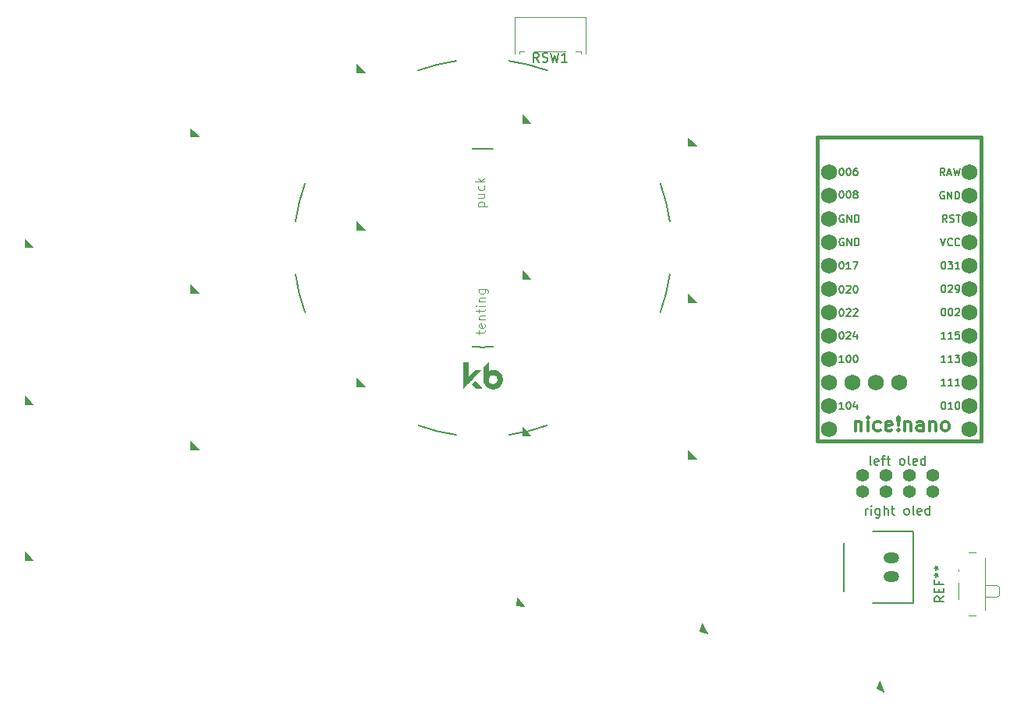
<source format=gbr>
%TF.GenerationSoftware,KiCad,Pcbnew,(6.0.4)*%
%TF.CreationDate,2022-10-20T23:25:51-04:00*%
%TF.ProjectId,half-swept,68616c66-2d73-4776-9570-742e6b696361,rev?*%
%TF.SameCoordinates,Original*%
%TF.FileFunction,Legend,Top*%
%TF.FilePolarity,Positive*%
%FSLAX46Y46*%
G04 Gerber Fmt 4.6, Leading zero omitted, Abs format (unit mm)*
G04 Created by KiCad (PCBNEW (6.0.4)) date 2022-10-20 23:25:51*
%MOMM*%
%LPD*%
G01*
G04 APERTURE LIST*
%ADD10C,0.150000*%
%ADD11C,0.300000*%
%ADD12C,0.100000*%
%ADD13C,0.200000*%
%ADD14C,0.120000*%
%ADD15C,0.381000*%
%ADD16C,0.010000*%
%ADD17O,1.700000X1.200000*%
%ADD18C,1.752600*%
%ADD19C,1.397000*%
G04 APERTURE END LIST*
D10*
%TO.C,REF\u002A\u002A*%
X245099991Y-107666952D02*
X244623801Y-108000285D01*
X245099991Y-108238380D02*
X244099991Y-108238380D01*
X244099991Y-107857428D01*
X244147611Y-107762190D01*
X244195230Y-107714571D01*
X244290468Y-107666952D01*
X244433325Y-107666952D01*
X244528563Y-107714571D01*
X244576182Y-107762190D01*
X244623801Y-107857428D01*
X244623801Y-108238380D01*
X244576182Y-107238380D02*
X244576182Y-106905047D01*
X245099991Y-106762190D02*
X245099991Y-107238380D01*
X244099991Y-107238380D01*
X244099991Y-106762190D01*
X244576182Y-106000285D02*
X244576182Y-106333619D01*
X245099991Y-106333619D02*
X244099991Y-106333619D01*
X244099991Y-105857428D01*
X244099991Y-105333619D02*
X244338087Y-105333619D01*
X244242849Y-105571714D02*
X244338087Y-105333619D01*
X244242849Y-105095523D01*
X244528563Y-105476476D02*
X244338087Y-105333619D01*
X244528563Y-105190761D01*
X244099991Y-104571714D02*
X244338087Y-104571714D01*
X244242849Y-104809809D02*
X244338087Y-104571714D01*
X244242849Y-104333619D01*
X244528563Y-104714571D02*
X244338087Y-104571714D01*
X244528563Y-104428857D01*
%TO.C,U2*%
X233948079Y-61131750D02*
X234024269Y-61131750D01*
X234100459Y-61169846D01*
X234138555Y-61207941D01*
X234176650Y-61284131D01*
X234214745Y-61436512D01*
X234214745Y-61626988D01*
X234176650Y-61779369D01*
X234138555Y-61855560D01*
X234100459Y-61893655D01*
X234024269Y-61931750D01*
X233948079Y-61931750D01*
X233871888Y-61893655D01*
X233833793Y-61855560D01*
X233795698Y-61779369D01*
X233757602Y-61626988D01*
X233757602Y-61436512D01*
X233795698Y-61284131D01*
X233833793Y-61207941D01*
X233871888Y-61169846D01*
X233948079Y-61131750D01*
X234709983Y-61131750D02*
X234786174Y-61131750D01*
X234862364Y-61169846D01*
X234900459Y-61207941D01*
X234938555Y-61284131D01*
X234976650Y-61436512D01*
X234976650Y-61626988D01*
X234938555Y-61779369D01*
X234900459Y-61855560D01*
X234862364Y-61893655D01*
X234786174Y-61931750D01*
X234709983Y-61931750D01*
X234633793Y-61893655D01*
X234595698Y-61855560D01*
X234557602Y-61779369D01*
X234519507Y-61626988D01*
X234519507Y-61436512D01*
X234557602Y-61284131D01*
X234595698Y-61207941D01*
X234633793Y-61169846D01*
X234709983Y-61131750D01*
X235662364Y-61131750D02*
X235509983Y-61131750D01*
X235433793Y-61169846D01*
X235395698Y-61207941D01*
X235319507Y-61322226D01*
X235281412Y-61474607D01*
X235281412Y-61779369D01*
X235319507Y-61855560D01*
X235357602Y-61893655D01*
X235433793Y-61931750D01*
X235586174Y-61931750D01*
X235662364Y-61893655D01*
X235700459Y-61855560D01*
X235738555Y-61779369D01*
X235738555Y-61588893D01*
X235700459Y-61512703D01*
X235662364Y-61474607D01*
X235586174Y-61436512D01*
X235433793Y-61436512D01*
X235357602Y-61474607D01*
X235319507Y-61512703D01*
X235281412Y-61588893D01*
X233948079Y-63601750D02*
X234024269Y-63601750D01*
X234100459Y-63639846D01*
X234138555Y-63677941D01*
X234176650Y-63754131D01*
X234214745Y-63906512D01*
X234214745Y-64096988D01*
X234176650Y-64249369D01*
X234138555Y-64325560D01*
X234100459Y-64363655D01*
X234024269Y-64401750D01*
X233948079Y-64401750D01*
X233871888Y-64363655D01*
X233833793Y-64325560D01*
X233795698Y-64249369D01*
X233757602Y-64096988D01*
X233757602Y-63906512D01*
X233795698Y-63754131D01*
X233833793Y-63677941D01*
X233871888Y-63639846D01*
X233948079Y-63601750D01*
X234709983Y-63601750D02*
X234786174Y-63601750D01*
X234862364Y-63639846D01*
X234900459Y-63677941D01*
X234938555Y-63754131D01*
X234976650Y-63906512D01*
X234976650Y-64096988D01*
X234938555Y-64249369D01*
X234900459Y-64325560D01*
X234862364Y-64363655D01*
X234786174Y-64401750D01*
X234709983Y-64401750D01*
X234633793Y-64363655D01*
X234595698Y-64325560D01*
X234557602Y-64249369D01*
X234519507Y-64096988D01*
X234519507Y-63906512D01*
X234557602Y-63754131D01*
X234595698Y-63677941D01*
X234633793Y-63639846D01*
X234709983Y-63601750D01*
X235433793Y-63944607D02*
X235357602Y-63906512D01*
X235319507Y-63868417D01*
X235281412Y-63792226D01*
X235281412Y-63754131D01*
X235319507Y-63677941D01*
X235357602Y-63639846D01*
X235433793Y-63601750D01*
X235586174Y-63601750D01*
X235662364Y-63639846D01*
X235700459Y-63677941D01*
X235738555Y-63754131D01*
X235738555Y-63792226D01*
X235700459Y-63868417D01*
X235662364Y-63906512D01*
X235586174Y-63944607D01*
X235433793Y-63944607D01*
X235357602Y-63982703D01*
X235319507Y-64020798D01*
X235281412Y-64096988D01*
X235281412Y-64249369D01*
X235319507Y-64325560D01*
X235357602Y-64363655D01*
X235433793Y-64401750D01*
X235586174Y-64401750D01*
X235662364Y-64363655D01*
X235700459Y-64325560D01*
X235738555Y-64249369D01*
X235738555Y-64096988D01*
X235700459Y-64020798D01*
X235662364Y-63982703D01*
X235586174Y-63944607D01*
X233948079Y-73901750D02*
X234024269Y-73901750D01*
X234100459Y-73939846D01*
X234138555Y-73977941D01*
X234176650Y-74054131D01*
X234214745Y-74206512D01*
X234214745Y-74396988D01*
X234176650Y-74549369D01*
X234138555Y-74625560D01*
X234100459Y-74663655D01*
X234024269Y-74701750D01*
X233948079Y-74701750D01*
X233871888Y-74663655D01*
X233833793Y-74625560D01*
X233795698Y-74549369D01*
X233757602Y-74396988D01*
X233757602Y-74206512D01*
X233795698Y-74054131D01*
X233833793Y-73977941D01*
X233871888Y-73939846D01*
X233948079Y-73901750D01*
X234519507Y-73977941D02*
X234557602Y-73939846D01*
X234633793Y-73901750D01*
X234824269Y-73901750D01*
X234900459Y-73939846D01*
X234938555Y-73977941D01*
X234976650Y-74054131D01*
X234976650Y-74130322D01*
X234938555Y-74244607D01*
X234481412Y-74701750D01*
X234976650Y-74701750D01*
X235471888Y-73901750D02*
X235548079Y-73901750D01*
X235624269Y-73939846D01*
X235662364Y-73977941D01*
X235700459Y-74054131D01*
X235738555Y-74206512D01*
X235738555Y-74396988D01*
X235700459Y-74549369D01*
X235662364Y-74625560D01*
X235624269Y-74663655D01*
X235548079Y-74701750D01*
X235471888Y-74701750D01*
X235395698Y-74663655D01*
X235357602Y-74625560D01*
X235319507Y-74549369D01*
X235281412Y-74396988D01*
X235281412Y-74206512D01*
X235319507Y-74054131D01*
X235357602Y-73977941D01*
X235395698Y-73939846D01*
X235471888Y-73901750D01*
X233948079Y-71301750D02*
X234024269Y-71301750D01*
X234100459Y-71339846D01*
X234138555Y-71377941D01*
X234176650Y-71454131D01*
X234214745Y-71606512D01*
X234214745Y-71796988D01*
X234176650Y-71949369D01*
X234138555Y-72025560D01*
X234100459Y-72063655D01*
X234024269Y-72101750D01*
X233948079Y-72101750D01*
X233871888Y-72063655D01*
X233833793Y-72025560D01*
X233795698Y-71949369D01*
X233757602Y-71796988D01*
X233757602Y-71606512D01*
X233795698Y-71454131D01*
X233833793Y-71377941D01*
X233871888Y-71339846D01*
X233948079Y-71301750D01*
X234976650Y-72101750D02*
X234519507Y-72101750D01*
X234748079Y-72101750D02*
X234748079Y-71301750D01*
X234671888Y-71416036D01*
X234595698Y-71492226D01*
X234519507Y-71530322D01*
X235243317Y-71301750D02*
X235776650Y-71301750D01*
X235433793Y-72101750D01*
X234214745Y-68789846D02*
X234138554Y-68751750D01*
X234024269Y-68751750D01*
X233909983Y-68789846D01*
X233833792Y-68866036D01*
X233795697Y-68942226D01*
X233757602Y-69094607D01*
X233757602Y-69208893D01*
X233795697Y-69361274D01*
X233833792Y-69437465D01*
X233909983Y-69513655D01*
X234024269Y-69551750D01*
X234100459Y-69551750D01*
X234214745Y-69513655D01*
X234252840Y-69475560D01*
X234252840Y-69208893D01*
X234100459Y-69208893D01*
X234595697Y-69551750D02*
X234595697Y-68751750D01*
X235052840Y-69551750D01*
X235052840Y-68751750D01*
X235433792Y-69551750D02*
X235433792Y-68751750D01*
X235624269Y-68751750D01*
X235738554Y-68789846D01*
X235814745Y-68866036D01*
X235852840Y-68942226D01*
X235890935Y-69094607D01*
X235890935Y-69208893D01*
X235852840Y-69361274D01*
X235814745Y-69437465D01*
X235738554Y-69513655D01*
X235624269Y-69551750D01*
X235433792Y-69551750D01*
X234214745Y-66249846D02*
X234138554Y-66211750D01*
X234024269Y-66211750D01*
X233909983Y-66249846D01*
X233833792Y-66326036D01*
X233795697Y-66402226D01*
X233757602Y-66554607D01*
X233757602Y-66668893D01*
X233795697Y-66821274D01*
X233833792Y-66897465D01*
X233909983Y-66973655D01*
X234024269Y-67011750D01*
X234100459Y-67011750D01*
X234214745Y-66973655D01*
X234252840Y-66935560D01*
X234252840Y-66668893D01*
X234100459Y-66668893D01*
X234595697Y-67011750D02*
X234595697Y-66211750D01*
X235052840Y-67011750D01*
X235052840Y-66211750D01*
X235433792Y-67011750D02*
X235433792Y-66211750D01*
X235624269Y-66211750D01*
X235738554Y-66249846D01*
X235814745Y-66326036D01*
X235852840Y-66402226D01*
X235890935Y-66554607D01*
X235890935Y-66668893D01*
X235852840Y-66821274D01*
X235814745Y-66897465D01*
X235738554Y-66973655D01*
X235624269Y-67011750D01*
X235433792Y-67011750D01*
X233948079Y-76401750D02*
X234024269Y-76401750D01*
X234100459Y-76439846D01*
X234138555Y-76477941D01*
X234176650Y-76554131D01*
X234214745Y-76706512D01*
X234214745Y-76896988D01*
X234176650Y-77049369D01*
X234138555Y-77125560D01*
X234100459Y-77163655D01*
X234024269Y-77201750D01*
X233948079Y-77201750D01*
X233871888Y-77163655D01*
X233833793Y-77125560D01*
X233795698Y-77049369D01*
X233757602Y-76896988D01*
X233757602Y-76706512D01*
X233795698Y-76554131D01*
X233833793Y-76477941D01*
X233871888Y-76439846D01*
X233948079Y-76401750D01*
X234519507Y-76477941D02*
X234557602Y-76439846D01*
X234633793Y-76401750D01*
X234824269Y-76401750D01*
X234900459Y-76439846D01*
X234938555Y-76477941D01*
X234976650Y-76554131D01*
X234976650Y-76630322D01*
X234938555Y-76744607D01*
X234481412Y-77201750D01*
X234976650Y-77201750D01*
X235281412Y-76477941D02*
X235319507Y-76439846D01*
X235395698Y-76401750D01*
X235586174Y-76401750D01*
X235662364Y-76439846D01*
X235700459Y-76477941D01*
X235738555Y-76554131D01*
X235738555Y-76630322D01*
X235700459Y-76744607D01*
X235243317Y-77201750D01*
X235738555Y-77201750D01*
X233948079Y-78911750D02*
X234024269Y-78911750D01*
X234100459Y-78949846D01*
X234138555Y-78987941D01*
X234176650Y-79064131D01*
X234214745Y-79216512D01*
X234214745Y-79406988D01*
X234176650Y-79559369D01*
X234138555Y-79635560D01*
X234100459Y-79673655D01*
X234024269Y-79711750D01*
X233948079Y-79711750D01*
X233871888Y-79673655D01*
X233833793Y-79635560D01*
X233795698Y-79559369D01*
X233757602Y-79406988D01*
X233757602Y-79216512D01*
X233795698Y-79064131D01*
X233833793Y-78987941D01*
X233871888Y-78949846D01*
X233948079Y-78911750D01*
X234519507Y-78987941D02*
X234557602Y-78949846D01*
X234633793Y-78911750D01*
X234824269Y-78911750D01*
X234900459Y-78949846D01*
X234938555Y-78987941D01*
X234976650Y-79064131D01*
X234976650Y-79140322D01*
X234938555Y-79254607D01*
X234481412Y-79711750D01*
X234976650Y-79711750D01*
X235662364Y-79178417D02*
X235662364Y-79711750D01*
X235471888Y-78873655D02*
X235281412Y-79445084D01*
X235776650Y-79445084D01*
X234214745Y-82251750D02*
X233757602Y-82251750D01*
X233986174Y-82251750D02*
X233986174Y-81451750D01*
X233909983Y-81566036D01*
X233833793Y-81642226D01*
X233757602Y-81680322D01*
X234709983Y-81451750D02*
X234786174Y-81451750D01*
X234862364Y-81489846D01*
X234900459Y-81527941D01*
X234938555Y-81604131D01*
X234976650Y-81756512D01*
X234976650Y-81946988D01*
X234938555Y-82099369D01*
X234900459Y-82175560D01*
X234862364Y-82213655D01*
X234786174Y-82251750D01*
X234709983Y-82251750D01*
X234633793Y-82213655D01*
X234595698Y-82175560D01*
X234557602Y-82099369D01*
X234519507Y-81946988D01*
X234519507Y-81756512D01*
X234557602Y-81604131D01*
X234595698Y-81527941D01*
X234633793Y-81489846D01*
X234709983Y-81451750D01*
X235471888Y-81451750D02*
X235548079Y-81451750D01*
X235624269Y-81489846D01*
X235662364Y-81527941D01*
X235700459Y-81604131D01*
X235738555Y-81756512D01*
X235738555Y-81946988D01*
X235700459Y-82099369D01*
X235662364Y-82175560D01*
X235624269Y-82213655D01*
X235548079Y-82251750D01*
X235471888Y-82251750D01*
X235395698Y-82213655D01*
X235357602Y-82175560D01*
X235319507Y-82099369D01*
X235281412Y-81946988D01*
X235281412Y-81756512D01*
X235319507Y-81604131D01*
X235357602Y-81527941D01*
X235395698Y-81489846D01*
X235471888Y-81451750D01*
X234214745Y-87331750D02*
X233757602Y-87331750D01*
X233986174Y-87331750D02*
X233986174Y-86531750D01*
X233909983Y-86646036D01*
X233833793Y-86722226D01*
X233757602Y-86760322D01*
X234709983Y-86531750D02*
X234786174Y-86531750D01*
X234862364Y-86569846D01*
X234900459Y-86607941D01*
X234938555Y-86684131D01*
X234976650Y-86836512D01*
X234976650Y-87026988D01*
X234938555Y-87179369D01*
X234900459Y-87255560D01*
X234862364Y-87293655D01*
X234786174Y-87331750D01*
X234709983Y-87331750D01*
X234633793Y-87293655D01*
X234595698Y-87255560D01*
X234557602Y-87179369D01*
X234519507Y-87026988D01*
X234519507Y-86836512D01*
X234557602Y-86684131D01*
X234595698Y-86607941D01*
X234633793Y-86569846D01*
X234709983Y-86531750D01*
X235662364Y-86798417D02*
X235662364Y-87331750D01*
X235471888Y-86493655D02*
X235281412Y-87065084D01*
X235776650Y-87065084D01*
X245289126Y-84791750D02*
X244831983Y-84791750D01*
X245060555Y-84791750D02*
X245060555Y-83991750D01*
X244984364Y-84106036D01*
X244908174Y-84182226D01*
X244831983Y-84220322D01*
X246051031Y-84791750D02*
X245593888Y-84791750D01*
X245822460Y-84791750D02*
X245822460Y-83991750D01*
X245746269Y-84106036D01*
X245670079Y-84182226D01*
X245593888Y-84220322D01*
X246812936Y-84791750D02*
X246355793Y-84791750D01*
X246584364Y-84791750D02*
X246584364Y-83991750D01*
X246508174Y-84106036D01*
X246431983Y-84182226D01*
X246355793Y-84220322D01*
X245289126Y-82251750D02*
X244831983Y-82251750D01*
X245060555Y-82251750D02*
X245060555Y-81451750D01*
X244984364Y-81566036D01*
X244908174Y-81642226D01*
X244831983Y-81680322D01*
X246051031Y-82251750D02*
X245593888Y-82251750D01*
X245822460Y-82251750D02*
X245822460Y-81451750D01*
X245746269Y-81566036D01*
X245670079Y-81642226D01*
X245593888Y-81680322D01*
X246317698Y-81451750D02*
X246812936Y-81451750D01*
X246546269Y-81756512D01*
X246660555Y-81756512D01*
X246736745Y-81794607D01*
X246774840Y-81832703D01*
X246812936Y-81908893D01*
X246812936Y-82099369D01*
X246774840Y-82175560D01*
X246736745Y-82213655D01*
X246660555Y-82251750D01*
X246431983Y-82251750D01*
X246355793Y-82213655D01*
X246317698Y-82175560D01*
X245022460Y-71291750D02*
X245098650Y-71291750D01*
X245174840Y-71329846D01*
X245212936Y-71367941D01*
X245251031Y-71444131D01*
X245289126Y-71596512D01*
X245289126Y-71786988D01*
X245251031Y-71939369D01*
X245212936Y-72015560D01*
X245174840Y-72053655D01*
X245098650Y-72091750D01*
X245022460Y-72091750D01*
X244946269Y-72053655D01*
X244908174Y-72015560D01*
X244870079Y-71939369D01*
X244831983Y-71786988D01*
X244831983Y-71596512D01*
X244870079Y-71444131D01*
X244908174Y-71367941D01*
X244946269Y-71329846D01*
X245022460Y-71291750D01*
X245555793Y-71291750D02*
X246051031Y-71291750D01*
X245784364Y-71596512D01*
X245898650Y-71596512D01*
X245974840Y-71634607D01*
X246012936Y-71672703D01*
X246051031Y-71748893D01*
X246051031Y-71939369D01*
X246012936Y-72015560D01*
X245974840Y-72053655D01*
X245898650Y-72091750D01*
X245670079Y-72091750D01*
X245593888Y-72053655D01*
X245555793Y-72015560D01*
X246812936Y-72091750D02*
X246355793Y-72091750D01*
X246584364Y-72091750D02*
X246584364Y-71291750D01*
X246508174Y-71406036D01*
X246431983Y-71482226D01*
X246355793Y-71520322D01*
X244755793Y-68751750D02*
X245022460Y-69551750D01*
X245289126Y-68751750D01*
X246012936Y-69475560D02*
X245974840Y-69513655D01*
X245860555Y-69551750D01*
X245784364Y-69551750D01*
X245670079Y-69513655D01*
X245593888Y-69437465D01*
X245555793Y-69361274D01*
X245517698Y-69208893D01*
X245517698Y-69094607D01*
X245555793Y-68942226D01*
X245593888Y-68866036D01*
X245670079Y-68789846D01*
X245784364Y-68751750D01*
X245860555Y-68751750D01*
X245974840Y-68789846D01*
X246012936Y-68827941D01*
X246812936Y-69475560D02*
X246774840Y-69513655D01*
X246660555Y-69551750D01*
X246584364Y-69551750D01*
X246470079Y-69513655D01*
X246393888Y-69437465D01*
X246355793Y-69361274D01*
X246317698Y-69208893D01*
X246317698Y-69094607D01*
X246355793Y-68942226D01*
X246393888Y-68866036D01*
X246470079Y-68789846D01*
X246584364Y-68751750D01*
X246660555Y-68751750D01*
X246774840Y-68789846D01*
X246812936Y-68827941D01*
X245435173Y-67011750D02*
X245168507Y-66630798D01*
X244978030Y-67011750D02*
X244978030Y-66211750D01*
X245282792Y-66211750D01*
X245358983Y-66249846D01*
X245397078Y-66287941D01*
X245435173Y-66364131D01*
X245435173Y-66478417D01*
X245397078Y-66554607D01*
X245358983Y-66592703D01*
X245282792Y-66630798D01*
X244978030Y-66630798D01*
X245739935Y-66973655D02*
X245854221Y-67011750D01*
X246044697Y-67011750D01*
X246120888Y-66973655D01*
X246158983Y-66935560D01*
X246197078Y-66859369D01*
X246197078Y-66783179D01*
X246158983Y-66706988D01*
X246120888Y-66668893D01*
X246044697Y-66630798D01*
X245892316Y-66592703D01*
X245816126Y-66554607D01*
X245778030Y-66516512D01*
X245739935Y-66440322D01*
X245739935Y-66364131D01*
X245778030Y-66287941D01*
X245816126Y-66249846D01*
X245892316Y-66211750D01*
X246082792Y-66211750D01*
X246197078Y-66249846D01*
X246425649Y-66211750D02*
X246882792Y-66211750D01*
X246654221Y-67011750D02*
X246654221Y-66211750D01*
X245130412Y-63709846D02*
X245054221Y-63671750D01*
X244939936Y-63671750D01*
X244825650Y-63709846D01*
X244749459Y-63786036D01*
X244711364Y-63862226D01*
X244673269Y-64014607D01*
X244673269Y-64128893D01*
X244711364Y-64281274D01*
X244749459Y-64357465D01*
X244825650Y-64433655D01*
X244939936Y-64471750D01*
X245016126Y-64471750D01*
X245130412Y-64433655D01*
X245168507Y-64395560D01*
X245168507Y-64128893D01*
X245016126Y-64128893D01*
X245511364Y-64471750D02*
X245511364Y-63671750D01*
X245968507Y-64471750D01*
X245968507Y-63671750D01*
X246349459Y-64471750D02*
X246349459Y-63671750D01*
X246539936Y-63671750D01*
X246654221Y-63709846D01*
X246730412Y-63786036D01*
X246768507Y-63862226D01*
X246806602Y-64014607D01*
X246806602Y-64128893D01*
X246768507Y-64281274D01*
X246730412Y-64357465D01*
X246654221Y-64433655D01*
X246539936Y-64471750D01*
X246349459Y-64471750D01*
X245206603Y-61931750D02*
X244939936Y-61550798D01*
X244749460Y-61931750D02*
X244749460Y-61131750D01*
X245054222Y-61131750D01*
X245130412Y-61169846D01*
X245168507Y-61207941D01*
X245206603Y-61284131D01*
X245206603Y-61398417D01*
X245168507Y-61474607D01*
X245130412Y-61512703D01*
X245054222Y-61550798D01*
X244749460Y-61550798D01*
X245511364Y-61703179D02*
X245892317Y-61703179D01*
X245435174Y-61931750D02*
X245701841Y-61131750D01*
X245968507Y-61931750D01*
X246158984Y-61131750D02*
X246349460Y-61931750D01*
X246501841Y-61360322D01*
X246654222Y-61931750D01*
X246844698Y-61131750D01*
X245022460Y-73831750D02*
X245098650Y-73831750D01*
X245174840Y-73869846D01*
X245212936Y-73907941D01*
X245251031Y-73984131D01*
X245289126Y-74136512D01*
X245289126Y-74326988D01*
X245251031Y-74479369D01*
X245212936Y-74555560D01*
X245174840Y-74593655D01*
X245098650Y-74631750D01*
X245022460Y-74631750D01*
X244946269Y-74593655D01*
X244908174Y-74555560D01*
X244870079Y-74479369D01*
X244831983Y-74326988D01*
X244831983Y-74136512D01*
X244870079Y-73984131D01*
X244908174Y-73907941D01*
X244946269Y-73869846D01*
X245022460Y-73831750D01*
X245593888Y-73907941D02*
X245631983Y-73869846D01*
X245708174Y-73831750D01*
X245898650Y-73831750D01*
X245974840Y-73869846D01*
X246012936Y-73907941D01*
X246051031Y-73984131D01*
X246051031Y-74060322D01*
X246012936Y-74174607D01*
X245555793Y-74631750D01*
X246051031Y-74631750D01*
X246431983Y-74631750D02*
X246584364Y-74631750D01*
X246660555Y-74593655D01*
X246698650Y-74555560D01*
X246774840Y-74441274D01*
X246812936Y-74288893D01*
X246812936Y-73984131D01*
X246774840Y-73907941D01*
X246736745Y-73869846D01*
X246660555Y-73831750D01*
X246508174Y-73831750D01*
X246431983Y-73869846D01*
X246393888Y-73907941D01*
X246355793Y-73984131D01*
X246355793Y-74174607D01*
X246393888Y-74250798D01*
X246431983Y-74288893D01*
X246508174Y-74326988D01*
X246660555Y-74326988D01*
X246736745Y-74288893D01*
X246774840Y-74250798D01*
X246812936Y-74174607D01*
X245022460Y-76371750D02*
X245098650Y-76371750D01*
X245174840Y-76409846D01*
X245212936Y-76447941D01*
X245251031Y-76524131D01*
X245289126Y-76676512D01*
X245289126Y-76866988D01*
X245251031Y-77019369D01*
X245212936Y-77095560D01*
X245174840Y-77133655D01*
X245098650Y-77171750D01*
X245022460Y-77171750D01*
X244946269Y-77133655D01*
X244908174Y-77095560D01*
X244870079Y-77019369D01*
X244831983Y-76866988D01*
X244831983Y-76676512D01*
X244870079Y-76524131D01*
X244908174Y-76447941D01*
X244946269Y-76409846D01*
X245022460Y-76371750D01*
X245784364Y-76371750D02*
X245860555Y-76371750D01*
X245936745Y-76409846D01*
X245974840Y-76447941D01*
X246012936Y-76524131D01*
X246051031Y-76676512D01*
X246051031Y-76866988D01*
X246012936Y-77019369D01*
X245974840Y-77095560D01*
X245936745Y-77133655D01*
X245860555Y-77171750D01*
X245784364Y-77171750D01*
X245708174Y-77133655D01*
X245670079Y-77095560D01*
X245631983Y-77019369D01*
X245593888Y-76866988D01*
X245593888Y-76676512D01*
X245631983Y-76524131D01*
X245670079Y-76447941D01*
X245708174Y-76409846D01*
X245784364Y-76371750D01*
X246355793Y-76447941D02*
X246393888Y-76409846D01*
X246470079Y-76371750D01*
X246660555Y-76371750D01*
X246736745Y-76409846D01*
X246774840Y-76447941D01*
X246812936Y-76524131D01*
X246812936Y-76600322D01*
X246774840Y-76714607D01*
X246317698Y-77171750D01*
X246812936Y-77171750D01*
X245289126Y-79711750D02*
X244831983Y-79711750D01*
X245060555Y-79711750D02*
X245060555Y-78911750D01*
X244984364Y-79026036D01*
X244908174Y-79102226D01*
X244831983Y-79140322D01*
X246051031Y-79711750D02*
X245593888Y-79711750D01*
X245822460Y-79711750D02*
X245822460Y-78911750D01*
X245746269Y-79026036D01*
X245670079Y-79102226D01*
X245593888Y-79140322D01*
X246774840Y-78911750D02*
X246393888Y-78911750D01*
X246355793Y-79292703D01*
X246393888Y-79254607D01*
X246470079Y-79216512D01*
X246660555Y-79216512D01*
X246736745Y-79254607D01*
X246774840Y-79292703D01*
X246812936Y-79368893D01*
X246812936Y-79559369D01*
X246774840Y-79635560D01*
X246736745Y-79673655D01*
X246660555Y-79711750D01*
X246470079Y-79711750D01*
X246393888Y-79673655D01*
X246355793Y-79635560D01*
X245022460Y-86531750D02*
X245098650Y-86531750D01*
X245174840Y-86569846D01*
X245212936Y-86607941D01*
X245251031Y-86684131D01*
X245289126Y-86836512D01*
X245289126Y-87026988D01*
X245251031Y-87179369D01*
X245212936Y-87255560D01*
X245174840Y-87293655D01*
X245098650Y-87331750D01*
X245022460Y-87331750D01*
X244946269Y-87293655D01*
X244908174Y-87255560D01*
X244870079Y-87179369D01*
X244831983Y-87026988D01*
X244831983Y-86836512D01*
X244870079Y-86684131D01*
X244908174Y-86607941D01*
X244946269Y-86569846D01*
X245022460Y-86531750D01*
X246051031Y-87331750D02*
X245593888Y-87331750D01*
X245822460Y-87331750D02*
X245822460Y-86531750D01*
X245746269Y-86646036D01*
X245670079Y-86722226D01*
X245593888Y-86760322D01*
X246546269Y-86531750D02*
X246622460Y-86531750D01*
X246698650Y-86569846D01*
X246736745Y-86607941D01*
X246774840Y-86684131D01*
X246812936Y-86836512D01*
X246812936Y-87026988D01*
X246774840Y-87179369D01*
X246736745Y-87255560D01*
X246698650Y-87293655D01*
X246622460Y-87331750D01*
X246546269Y-87331750D01*
X246470079Y-87293655D01*
X246431983Y-87255560D01*
X246393888Y-87179369D01*
X246355793Y-87026988D01*
X246355793Y-86836512D01*
X246393888Y-86684131D01*
X246431983Y-86607941D01*
X246470079Y-86569846D01*
X246546269Y-86531750D01*
D11*
X235503554Y-88680417D02*
X235503554Y-89680417D01*
X235503554Y-88823274D02*
X235574983Y-88751846D01*
X235717840Y-88680417D01*
X235932126Y-88680417D01*
X236074983Y-88751846D01*
X236146411Y-88894703D01*
X236146411Y-89680417D01*
X236860697Y-89680417D02*
X236860697Y-88680417D01*
X236860697Y-88180417D02*
X236789269Y-88251846D01*
X236860697Y-88323274D01*
X236932126Y-88251846D01*
X236860697Y-88180417D01*
X236860697Y-88323274D01*
X238217840Y-89608988D02*
X238074983Y-89680417D01*
X237789269Y-89680417D01*
X237646411Y-89608988D01*
X237574983Y-89537560D01*
X237503554Y-89394703D01*
X237503554Y-88966131D01*
X237574983Y-88823274D01*
X237646411Y-88751846D01*
X237789269Y-88680417D01*
X238074983Y-88680417D01*
X238217840Y-88751846D01*
X239432126Y-89608988D02*
X239289269Y-89680417D01*
X239003554Y-89680417D01*
X238860697Y-89608988D01*
X238789269Y-89466131D01*
X238789269Y-88894703D01*
X238860697Y-88751846D01*
X239003554Y-88680417D01*
X239289269Y-88680417D01*
X239432126Y-88751846D01*
X239503554Y-88894703D01*
X239503554Y-89037560D01*
X238789269Y-89180417D01*
X240146411Y-89537560D02*
X240217840Y-89608988D01*
X240146411Y-89680417D01*
X240074983Y-89608988D01*
X240146411Y-89537560D01*
X240146411Y-89680417D01*
X240146411Y-89108988D02*
X240074983Y-88251846D01*
X240146411Y-88180417D01*
X240217840Y-88251846D01*
X240146411Y-89108988D01*
X240146411Y-88180417D01*
X240860697Y-88680417D02*
X240860697Y-89680417D01*
X240860697Y-88823274D02*
X240932126Y-88751846D01*
X241074983Y-88680417D01*
X241289269Y-88680417D01*
X241432126Y-88751846D01*
X241503554Y-88894703D01*
X241503554Y-89680417D01*
X242860697Y-89680417D02*
X242860697Y-88894703D01*
X242789269Y-88751846D01*
X242646411Y-88680417D01*
X242360697Y-88680417D01*
X242217840Y-88751846D01*
X242860697Y-89608988D02*
X242717840Y-89680417D01*
X242360697Y-89680417D01*
X242217840Y-89608988D01*
X242146411Y-89466131D01*
X242146411Y-89323274D01*
X242217840Y-89180417D01*
X242360697Y-89108988D01*
X242717840Y-89108988D01*
X242860697Y-89037560D01*
X243574983Y-88680417D02*
X243574983Y-89680417D01*
X243574983Y-88823274D02*
X243646411Y-88751846D01*
X243789269Y-88680417D01*
X244003554Y-88680417D01*
X244146411Y-88751846D01*
X244217840Y-88894703D01*
X244217840Y-89680417D01*
X245146411Y-89680417D02*
X245003554Y-89608988D01*
X244932126Y-89537560D01*
X244860697Y-89394703D01*
X244860697Y-88966131D01*
X244932126Y-88823274D01*
X245003554Y-88751846D01*
X245146411Y-88680417D01*
X245360697Y-88680417D01*
X245503554Y-88751846D01*
X245574983Y-88823274D01*
X245646411Y-88966131D01*
X245646411Y-89394703D01*
X245574983Y-89537560D01*
X245503554Y-89608988D01*
X245360697Y-89680417D01*
X245146411Y-89680417D01*
D10*
%TO.C,RSW1*%
X201145984Y-49597975D02*
X200812650Y-49121785D01*
X200574555Y-49597975D02*
X200574555Y-48597975D01*
X200955508Y-48597975D01*
X201050746Y-48645595D01*
X201098365Y-48693214D01*
X201145984Y-48788452D01*
X201145984Y-48931309D01*
X201098365Y-49026547D01*
X201050746Y-49074166D01*
X200955508Y-49121785D01*
X200574555Y-49121785D01*
X201526936Y-49550356D02*
X201669793Y-49597975D01*
X201907889Y-49597975D01*
X202003127Y-49550356D01*
X202050746Y-49502737D01*
X202098365Y-49407499D01*
X202098365Y-49312261D01*
X202050746Y-49217023D01*
X202003127Y-49169404D01*
X201907889Y-49121785D01*
X201717412Y-49074166D01*
X201622174Y-49026547D01*
X201574555Y-48978928D01*
X201526936Y-48883690D01*
X201526936Y-48788452D01*
X201574555Y-48693214D01*
X201622174Y-48645595D01*
X201717412Y-48597975D01*
X201955508Y-48597975D01*
X202098365Y-48645595D01*
X202431698Y-48597975D02*
X202669793Y-49597975D01*
X202860270Y-48883690D01*
X203050746Y-49597975D01*
X203288841Y-48597975D01*
X204193603Y-49597975D02*
X203622174Y-49597975D01*
X203907889Y-49597975D02*
X203907889Y-48597975D01*
X203812650Y-48740833D01*
X203717412Y-48836071D01*
X203622174Y-48883690D01*
D12*
%TO.C,REF\u002A\u002A*%
X194630484Y-79161095D02*
X194630484Y-78780142D01*
X194297150Y-79018237D02*
X195154293Y-79018237D01*
X195249531Y-78970618D01*
X195297150Y-78875380D01*
X195297150Y-78780142D01*
X195249531Y-78065856D02*
X195297150Y-78161095D01*
X195297150Y-78351571D01*
X195249531Y-78446809D01*
X195154293Y-78494428D01*
X194773341Y-78494428D01*
X194678103Y-78446809D01*
X194630484Y-78351571D01*
X194630484Y-78161095D01*
X194678103Y-78065856D01*
X194773341Y-78018237D01*
X194868579Y-78018237D01*
X194963817Y-78494428D01*
X194630484Y-77589666D02*
X195297150Y-77589666D01*
X194725722Y-77589666D02*
X194678103Y-77542047D01*
X194630484Y-77446809D01*
X194630484Y-77303952D01*
X194678103Y-77208714D01*
X194773341Y-77161095D01*
X195297150Y-77161095D01*
X194630484Y-76827761D02*
X194630484Y-76446809D01*
X194297150Y-76684904D02*
X195154293Y-76684904D01*
X195249531Y-76637285D01*
X195297150Y-76542047D01*
X195297150Y-76446809D01*
X195297150Y-76113475D02*
X194630484Y-76113475D01*
X194297150Y-76113475D02*
X194344770Y-76161095D01*
X194392389Y-76113475D01*
X194344770Y-76065856D01*
X194297150Y-76113475D01*
X194392389Y-76113475D01*
X194630484Y-75637285D02*
X195297150Y-75637285D01*
X194725722Y-75637285D02*
X194678103Y-75589666D01*
X194630484Y-75494428D01*
X194630484Y-75351571D01*
X194678103Y-75256333D01*
X194773341Y-75208714D01*
X195297150Y-75208714D01*
X194630484Y-74303952D02*
X195440008Y-74303952D01*
X195535246Y-74351571D01*
X195582865Y-74399190D01*
X195630484Y-74494428D01*
X195630484Y-74637285D01*
X195582865Y-74732523D01*
X195249531Y-74303952D02*
X195297150Y-74399190D01*
X195297150Y-74589666D01*
X195249531Y-74684904D01*
X195201912Y-74732523D01*
X195106674Y-74780142D01*
X194820960Y-74780142D01*
X194725722Y-74732523D01*
X194678103Y-74684904D01*
X194630484Y-74589666D01*
X194630484Y-74399190D01*
X194678103Y-74303952D01*
X194566984Y-65270595D02*
X195566984Y-65270595D01*
X194614603Y-65270595D02*
X194566984Y-65175356D01*
X194566984Y-64984880D01*
X194614603Y-64889642D01*
X194662222Y-64842023D01*
X194757460Y-64794404D01*
X195043174Y-64794404D01*
X195138412Y-64842023D01*
X195186031Y-64889642D01*
X195233650Y-64984880D01*
X195233650Y-65175356D01*
X195186031Y-65270595D01*
X194566984Y-63937261D02*
X195233650Y-63937261D01*
X194566984Y-64365833D02*
X195090793Y-64365833D01*
X195186031Y-64318214D01*
X195233650Y-64222975D01*
X195233650Y-64080118D01*
X195186031Y-63984880D01*
X195138412Y-63937261D01*
X195186031Y-63032499D02*
X195233650Y-63127737D01*
X195233650Y-63318214D01*
X195186031Y-63413452D01*
X195138412Y-63461071D01*
X195043174Y-63508690D01*
X194757460Y-63508690D01*
X194662222Y-63461071D01*
X194614603Y-63413452D01*
X194566984Y-63318214D01*
X194566984Y-63127737D01*
X194614603Y-63032499D01*
X195233650Y-62603928D02*
X194233650Y-62603928D01*
X194852698Y-62508690D02*
X195233650Y-62222975D01*
X194566984Y-62222975D02*
X194947936Y-62603928D01*
D10*
%TO.C,OL1*%
X237228127Y-93385475D02*
X237132889Y-93337856D01*
X237085270Y-93242618D01*
X237085270Y-92385475D01*
X237990031Y-93337856D02*
X237894793Y-93385475D01*
X237704317Y-93385475D01*
X237609079Y-93337856D01*
X237561460Y-93242618D01*
X237561460Y-92861666D01*
X237609079Y-92766428D01*
X237704317Y-92718809D01*
X237894793Y-92718809D01*
X237990031Y-92766428D01*
X238037650Y-92861666D01*
X238037650Y-92956904D01*
X237561460Y-93052142D01*
X238323365Y-92718809D02*
X238704317Y-92718809D01*
X238466222Y-93385475D02*
X238466222Y-92528333D01*
X238513841Y-92433095D01*
X238609079Y-92385475D01*
X238704317Y-92385475D01*
X238894793Y-92718809D02*
X239275746Y-92718809D01*
X239037650Y-92385475D02*
X239037650Y-93242618D01*
X239085270Y-93337856D01*
X239180508Y-93385475D01*
X239275746Y-93385475D01*
X240513841Y-93385475D02*
X240418603Y-93337856D01*
X240370984Y-93290237D01*
X240323365Y-93194999D01*
X240323365Y-92909285D01*
X240370984Y-92814047D01*
X240418603Y-92766428D01*
X240513841Y-92718809D01*
X240656698Y-92718809D01*
X240751936Y-92766428D01*
X240799555Y-92814047D01*
X240847174Y-92909285D01*
X240847174Y-93194999D01*
X240799555Y-93290237D01*
X240751936Y-93337856D01*
X240656698Y-93385475D01*
X240513841Y-93385475D01*
X241418603Y-93385475D02*
X241323365Y-93337856D01*
X241275746Y-93242618D01*
X241275746Y-92385475D01*
X242180508Y-93337856D02*
X242085270Y-93385475D01*
X241894793Y-93385475D01*
X241799555Y-93337856D01*
X241751936Y-93242618D01*
X241751936Y-92861666D01*
X241799555Y-92766428D01*
X241894793Y-92718809D01*
X242085270Y-92718809D01*
X242180508Y-92766428D01*
X242228127Y-92861666D01*
X242228127Y-92956904D01*
X241751936Y-93052142D01*
X243085270Y-93385475D02*
X243085270Y-92385475D01*
X243085270Y-93337856D02*
X242990031Y-93385475D01*
X242799555Y-93385475D01*
X242704317Y-93337856D01*
X242656698Y-93290237D01*
X242609079Y-93194999D01*
X242609079Y-92909285D01*
X242656698Y-92814047D01*
X242704317Y-92766428D01*
X242799555Y-92718809D01*
X242990031Y-92718809D01*
X243085270Y-92766428D01*
%TO.C,OL2*%
X236609080Y-98805475D02*
X236609080Y-98138809D01*
X236609080Y-98329285D02*
X236656699Y-98234047D01*
X236704318Y-98186428D01*
X236799556Y-98138809D01*
X236894794Y-98138809D01*
X237228128Y-98805475D02*
X237228128Y-98138809D01*
X237228128Y-97805475D02*
X237180509Y-97853095D01*
X237228128Y-97900714D01*
X237275747Y-97853095D01*
X237228128Y-97805475D01*
X237228128Y-97900714D01*
X238132890Y-98138809D02*
X238132890Y-98948333D01*
X238085271Y-99043571D01*
X238037651Y-99091190D01*
X237942413Y-99138809D01*
X237799556Y-99138809D01*
X237704318Y-99091190D01*
X238132890Y-98757856D02*
X238037651Y-98805475D01*
X237847175Y-98805475D01*
X237751937Y-98757856D01*
X237704318Y-98710237D01*
X237656699Y-98614999D01*
X237656699Y-98329285D01*
X237704318Y-98234047D01*
X237751937Y-98186428D01*
X237847175Y-98138809D01*
X238037651Y-98138809D01*
X238132890Y-98186428D01*
X238609080Y-98805475D02*
X238609080Y-97805475D01*
X239037651Y-98805475D02*
X239037651Y-98281666D01*
X238990032Y-98186428D01*
X238894794Y-98138809D01*
X238751937Y-98138809D01*
X238656699Y-98186428D01*
X238609080Y-98234047D01*
X239370985Y-98138809D02*
X239751937Y-98138809D01*
X239513842Y-97805475D02*
X239513842Y-98662618D01*
X239561461Y-98757856D01*
X239656699Y-98805475D01*
X239751937Y-98805475D01*
X240990032Y-98805475D02*
X240894794Y-98757856D01*
X240847175Y-98710237D01*
X240799556Y-98614999D01*
X240799556Y-98329285D01*
X240847175Y-98234047D01*
X240894794Y-98186428D01*
X240990032Y-98138809D01*
X241132890Y-98138809D01*
X241228128Y-98186428D01*
X241275747Y-98234047D01*
X241323366Y-98329285D01*
X241323366Y-98614999D01*
X241275747Y-98710237D01*
X241228128Y-98757856D01*
X241132890Y-98805475D01*
X240990032Y-98805475D01*
X241894794Y-98805475D02*
X241799556Y-98757856D01*
X241751937Y-98662618D01*
X241751937Y-97805475D01*
X242656699Y-98757856D02*
X242561461Y-98805475D01*
X242370985Y-98805475D01*
X242275747Y-98757856D01*
X242228128Y-98662618D01*
X242228128Y-98281666D01*
X242275747Y-98186428D01*
X242370985Y-98138809D01*
X242561461Y-98138809D01*
X242656699Y-98186428D01*
X242704318Y-98281666D01*
X242704318Y-98376904D01*
X242228128Y-98472142D01*
X243561461Y-98805475D02*
X243561461Y-97805475D01*
X243561461Y-98757856D02*
X243466223Y-98805475D01*
X243275747Y-98805475D01*
X243180509Y-98757856D01*
X243132890Y-98710237D01*
X243085271Y-98614999D01*
X243085271Y-98329285D01*
X243132890Y-98234047D01*
X243180509Y-98186428D01*
X243275747Y-98138809D01*
X243466223Y-98138809D01*
X243561461Y-98186428D01*
D13*
%TO.C,JST_PH2_SMT*%
X241815657Y-100596925D02*
X237415657Y-100596925D01*
X234215657Y-107096925D02*
X234215657Y-101896925D01*
X241815657Y-108396925D02*
X237415657Y-108396925D01*
X241815657Y-100596925D02*
X241815657Y-108396925D01*
D14*
%TO.C,REF\u002A\u002A*%
X246727611Y-104933619D02*
X246727611Y-104733619D01*
X251077611Y-107533619D02*
X251077611Y-106633619D01*
X247777611Y-109783619D02*
X248567611Y-109783619D01*
X250867611Y-106433619D02*
X251077611Y-106633619D01*
X250867611Y-107733619D02*
X251077611Y-107533619D01*
X249577611Y-107733619D02*
X250867611Y-107733619D01*
X250867611Y-106433619D02*
X249577611Y-106433619D01*
X249577611Y-109183619D02*
X249577611Y-103483619D01*
X246727611Y-107933619D02*
X246727611Y-106233619D01*
X248567611Y-102883619D02*
X247777611Y-102883619D01*
D15*
%TO.C,U2*%
X231395269Y-60299846D02*
X231395269Y-90779846D01*
X231395269Y-90779846D02*
X249175269Y-90779846D01*
X249175269Y-90779846D02*
X249175269Y-60299846D01*
X249175269Y-60299846D02*
X249175269Y-57759846D01*
X249175269Y-57759846D02*
X231395269Y-57759846D01*
X231395269Y-57759846D02*
X231395269Y-60299846D01*
D14*
%TO.C,RSW1*%
X206220270Y-44765595D02*
X206220270Y-48665595D01*
X198500270Y-44765595D02*
X206220270Y-44765595D01*
X198500270Y-44765595D02*
X198500270Y-48665595D01*
X205160270Y-48435595D02*
X205700270Y-48435595D01*
X200660270Y-48435595D02*
X204060270Y-48435595D01*
X205700270Y-48435595D02*
X205700270Y-48665595D01*
X199020270Y-48435595D02*
X199020270Y-48665595D01*
X199020270Y-48435595D02*
X199560270Y-48435595D01*
D13*
%TO.C,REF\u002A\u002A*%
X175749136Y-62795047D02*
G75*
G03*
X174715270Y-66945595I19286117J-7008044D01*
G01*
X197892770Y-90123095D02*
G75*
G03*
X202043317Y-89089229I-2857500J20320000D01*
G01*
X174715270Y-72660595D02*
G75*
G03*
X175749136Y-76811142I20319953J2857490D01*
G01*
X195035270Y-80598096D02*
G75*
G03*
X196163655Y-80538959I0J10794901D01*
G01*
X192177770Y-49483095D02*
G75*
G03*
X188027222Y-50516961I2857496J-20319983D01*
G01*
X188027224Y-89089230D02*
G75*
G03*
X192177770Y-90123095I7008046J19286135D01*
G01*
X195035270Y-59008095D02*
G75*
G03*
X193906885Y-59067231I-6J-10794921D01*
G01*
X215355270Y-66945595D02*
G75*
G03*
X214321405Y-62795050I-20320019J-2857506D01*
G01*
X196163655Y-59067232D02*
G75*
G03*
X195035270Y-59008095I-1128385J-10735763D01*
G01*
X193906885Y-80538959D02*
G75*
G03*
X195035270Y-80598095I1128379J10735785D01*
G01*
X214321405Y-76811141D02*
G75*
G03*
X215355270Y-72660595I-19286185J7008058D01*
G01*
X202043317Y-50516961D02*
G75*
G03*
X197892770Y-49483095I-7008047J-19286134D01*
G01*
G36*
X194215295Y-84291493D02*
G01*
X194237998Y-84314356D01*
X194272477Y-84349887D01*
X194316746Y-84395979D01*
X194368813Y-84450525D01*
X194426692Y-84511419D01*
X194488391Y-84576554D01*
X194551924Y-84643824D01*
X194615299Y-84711122D01*
X194676529Y-84776341D01*
X194733625Y-84837376D01*
X194784597Y-84892119D01*
X194827457Y-84938464D01*
X194860215Y-84974304D01*
X194880883Y-84997533D01*
X194883176Y-85000224D01*
X194911477Y-85033859D01*
X194291463Y-85033859D01*
X194118113Y-84857790D01*
X194064371Y-84803047D01*
X194014088Y-84751534D01*
X193970272Y-84706354D01*
X193935926Y-84670608D01*
X193914058Y-84647399D01*
X193910881Y-84643907D01*
X193876999Y-84606092D01*
X194038034Y-84444748D01*
X194087747Y-84395293D01*
X194131971Y-84351968D01*
X194168118Y-84317255D01*
X194193600Y-84293635D01*
X194205829Y-84283587D01*
X194206360Y-84283404D01*
X194215295Y-84291493D01*
G37*
D16*
X194215295Y-84291493D02*
X194237998Y-84314356D01*
X194272477Y-84349887D01*
X194316746Y-84395979D01*
X194368813Y-84450525D01*
X194426692Y-84511419D01*
X194488391Y-84576554D01*
X194551924Y-84643824D01*
X194615299Y-84711122D01*
X194676529Y-84776341D01*
X194733625Y-84837376D01*
X194784597Y-84892119D01*
X194827457Y-84938464D01*
X194860215Y-84974304D01*
X194880883Y-84997533D01*
X194883176Y-85000224D01*
X194911477Y-85033859D01*
X194291463Y-85033859D01*
X194118113Y-84857790D01*
X194064371Y-84803047D01*
X194014088Y-84751534D01*
X193970272Y-84706354D01*
X193935926Y-84670608D01*
X193914058Y-84647399D01*
X193910881Y-84643907D01*
X193876999Y-84606092D01*
X194038034Y-84444748D01*
X194087747Y-84395293D01*
X194131971Y-84351968D01*
X194168118Y-84317255D01*
X194193600Y-84293635D01*
X194205829Y-84283587D01*
X194206360Y-84283404D01*
X194215295Y-84291493D01*
G36*
X195109159Y-83987684D02*
G01*
X195107756Y-83881055D01*
X195106712Y-83758399D01*
X195106048Y-83621127D01*
X195105787Y-83470653D01*
X195105784Y-83458917D01*
X195105697Y-82767203D01*
X195613401Y-82257177D01*
X195613549Y-82750745D01*
X195613741Y-82854985D01*
X195614230Y-82951730D01*
X195614980Y-83038616D01*
X195615956Y-83113278D01*
X195617125Y-83173353D01*
X195618452Y-83216476D01*
X195619901Y-83240283D01*
X195620809Y-83244313D01*
X195633240Y-83237999D01*
X195658086Y-83221656D01*
X195682220Y-83204454D01*
X195796917Y-83133732D01*
X195919133Y-83084628D01*
X196049516Y-83056952D01*
X196188717Y-83050514D01*
X196206529Y-83051182D01*
X196296164Y-83057734D01*
X196372647Y-83069671D01*
X196444299Y-83089163D01*
X196519437Y-83118380D01*
X196589288Y-83151019D01*
X196717221Y-83226312D01*
X196830141Y-83318292D01*
X196927035Y-83425281D01*
X197006893Y-83545606D01*
X197068703Y-83677591D01*
X197111455Y-83819560D01*
X197134136Y-83969839D01*
X197137697Y-84059509D01*
X197127406Y-84211987D01*
X197096050Y-84356551D01*
X197042905Y-84495787D01*
X196985650Y-84602706D01*
X196899938Y-84722999D01*
X196798325Y-84827848D01*
X196682992Y-84916170D01*
X196556117Y-84986884D01*
X196419881Y-85038907D01*
X196276462Y-85071160D01*
X196128041Y-85082559D01*
X196027795Y-85078076D01*
X195883187Y-85053195D01*
X195742619Y-85006920D01*
X195609446Y-84940941D01*
X195487026Y-84856944D01*
X195378714Y-84756618D01*
X195370320Y-84747452D01*
X195289189Y-84643332D01*
X195219497Y-84525150D01*
X195164331Y-84399287D01*
X195126778Y-84272127D01*
X195117909Y-84225677D01*
X195115296Y-84197282D01*
X195112951Y-84147210D01*
X195111482Y-84096876D01*
X195607820Y-84096876D01*
X195618392Y-84194425D01*
X195648824Y-84288444D01*
X195677478Y-84342589D01*
X195744412Y-84430872D01*
X195823893Y-84501749D01*
X195913325Y-84554242D01*
X196010111Y-84587374D01*
X196111652Y-84600168D01*
X196215353Y-84591647D01*
X196288180Y-84572359D01*
X196331177Y-84556273D01*
X196372082Y-84538913D01*
X196388249Y-84531137D01*
X196433535Y-84500133D01*
X196482858Y-84453939D01*
X196530915Y-84398483D01*
X196572400Y-84339689D01*
X196593888Y-84301362D01*
X196614069Y-84257116D01*
X196626714Y-84218508D01*
X196634071Y-84176216D01*
X196638389Y-84120913D01*
X196638671Y-84115623D01*
X196635303Y-84008378D01*
X196612447Y-83910486D01*
X196568795Y-83817063D01*
X196551025Y-83788534D01*
X196486483Y-83710630D01*
X196407666Y-83648460D01*
X196318030Y-83602964D01*
X196221031Y-83575086D01*
X196120127Y-83565766D01*
X196018775Y-83575948D01*
X195920429Y-83606573D01*
X195906426Y-83612859D01*
X195818474Y-83665808D01*
X195744484Y-83734022D01*
X195685441Y-83814368D01*
X195642328Y-83903715D01*
X195616126Y-83998928D01*
X195607820Y-84096876D01*
X195111482Y-84096876D01*
X195110898Y-84076873D01*
X195109159Y-83987684D01*
G37*
X195109159Y-83987684D02*
X195107756Y-83881055D01*
X195106712Y-83758399D01*
X195106048Y-83621127D01*
X195105787Y-83470653D01*
X195105784Y-83458917D01*
X195105697Y-82767203D01*
X195613401Y-82257177D01*
X195613549Y-82750745D01*
X195613741Y-82854985D01*
X195614230Y-82951730D01*
X195614980Y-83038616D01*
X195615956Y-83113278D01*
X195617125Y-83173353D01*
X195618452Y-83216476D01*
X195619901Y-83240283D01*
X195620809Y-83244313D01*
X195633240Y-83237999D01*
X195658086Y-83221656D01*
X195682220Y-83204454D01*
X195796917Y-83133732D01*
X195919133Y-83084628D01*
X196049516Y-83056952D01*
X196188717Y-83050514D01*
X196206529Y-83051182D01*
X196296164Y-83057734D01*
X196372647Y-83069671D01*
X196444299Y-83089163D01*
X196519437Y-83118380D01*
X196589288Y-83151019D01*
X196717221Y-83226312D01*
X196830141Y-83318292D01*
X196927035Y-83425281D01*
X197006893Y-83545606D01*
X197068703Y-83677591D01*
X197111455Y-83819560D01*
X197134136Y-83969839D01*
X197137697Y-84059509D01*
X197127406Y-84211987D01*
X197096050Y-84356551D01*
X197042905Y-84495787D01*
X196985650Y-84602706D01*
X196899938Y-84722999D01*
X196798325Y-84827848D01*
X196682992Y-84916170D01*
X196556117Y-84986884D01*
X196419881Y-85038907D01*
X196276462Y-85071160D01*
X196128041Y-85082559D01*
X196027795Y-85078076D01*
X195883187Y-85053195D01*
X195742619Y-85006920D01*
X195609446Y-84940941D01*
X195487026Y-84856944D01*
X195378714Y-84756618D01*
X195370320Y-84747452D01*
X195289189Y-84643332D01*
X195219497Y-84525150D01*
X195164331Y-84399287D01*
X195126778Y-84272127D01*
X195117909Y-84225677D01*
X195115296Y-84197282D01*
X195112951Y-84147210D01*
X195111482Y-84096876D01*
X195607820Y-84096876D01*
X195618392Y-84194425D01*
X195648824Y-84288444D01*
X195677478Y-84342589D01*
X195744412Y-84430872D01*
X195823893Y-84501749D01*
X195913325Y-84554242D01*
X196010111Y-84587374D01*
X196111652Y-84600168D01*
X196215353Y-84591647D01*
X196288180Y-84572359D01*
X196331177Y-84556273D01*
X196372082Y-84538913D01*
X196388249Y-84531137D01*
X196433535Y-84500133D01*
X196482858Y-84453939D01*
X196530915Y-84398483D01*
X196572400Y-84339689D01*
X196593888Y-84301362D01*
X196614069Y-84257116D01*
X196626714Y-84218508D01*
X196634071Y-84176216D01*
X196638389Y-84120913D01*
X196638671Y-84115623D01*
X196635303Y-84008378D01*
X196612447Y-83910486D01*
X196568795Y-83817063D01*
X196551025Y-83788534D01*
X196486483Y-83710630D01*
X196407666Y-83648460D01*
X196318030Y-83602964D01*
X196221031Y-83575086D01*
X196120127Y-83565766D01*
X196018775Y-83575948D01*
X195920429Y-83606573D01*
X195906426Y-83612859D01*
X195818474Y-83665808D01*
X195744484Y-83734022D01*
X195685441Y-83814368D01*
X195642328Y-83903715D01*
X195616126Y-83998928D01*
X195607820Y-84096876D01*
X195111482Y-84096876D01*
X195110898Y-84076873D01*
X195109159Y-83987684D01*
G36*
X193408515Y-83884962D02*
G01*
X194211461Y-83082262D01*
X194499829Y-83085356D01*
X194788197Y-83088449D01*
X193940973Y-83948586D01*
X193823048Y-84068309D01*
X193708249Y-84184858D01*
X193597795Y-84296998D01*
X193492903Y-84403491D01*
X193394791Y-84503102D01*
X193304676Y-84594595D01*
X193223777Y-84676732D01*
X193153310Y-84748277D01*
X193094494Y-84807995D01*
X193048547Y-84854649D01*
X193016686Y-84887002D01*
X193002905Y-84900998D01*
X192912061Y-84993274D01*
X192912061Y-82251404D01*
X193408515Y-82251404D01*
X193408515Y-83884962D01*
G37*
X193408515Y-83884962D02*
X194211461Y-83082262D01*
X194499829Y-83085356D01*
X194788197Y-83088449D01*
X193940973Y-83948586D01*
X193823048Y-84068309D01*
X193708249Y-84184858D01*
X193597795Y-84296998D01*
X193492903Y-84403491D01*
X193394791Y-84503102D01*
X193304676Y-84594595D01*
X193223777Y-84676732D01*
X193153310Y-84748277D01*
X193094494Y-84807995D01*
X193048547Y-84854649D01*
X193016686Y-84887002D01*
X193002905Y-84900998D01*
X192912061Y-84993274D01*
X192912061Y-82251404D01*
X193408515Y-82251404D01*
X193408515Y-83884962D01*
%TO.C,D34*%
G36*
X164235270Y-57723095D02*
G01*
X163335270Y-57723095D01*
X163335270Y-56823095D01*
X164235270Y-57723095D01*
G37*
D12*
X164235270Y-57723095D02*
X163335270Y-57723095D01*
X163335270Y-56823095D01*
X164235270Y-57723095D01*
%TO.C,D26*%
G36*
X182235269Y-84857095D02*
G01*
X181335269Y-84857095D01*
X181335269Y-83957095D01*
X182235269Y-84857095D01*
G37*
X182235269Y-84857095D02*
X181335269Y-84857095D01*
X181335269Y-83957095D01*
X182235269Y-84857095D01*
%TO.C,D31*%
G36*
X164235271Y-74697095D02*
G01*
X163335271Y-74697095D01*
X163335271Y-73797095D01*
X164235271Y-74697095D01*
G37*
X164235271Y-74697095D02*
X163335271Y-74697095D01*
X163335271Y-73797095D01*
X164235271Y-74697095D01*
%TO.C,D28*%
G36*
X164235270Y-91715095D02*
G01*
X163335270Y-91715095D01*
X163335270Y-90815095D01*
X164235270Y-91715095D01*
G37*
X164235270Y-91715095D02*
X163335270Y-91715095D01*
X163335270Y-90815095D01*
X164235270Y-91715095D01*
%TO.C,D32*%
G36*
X200235270Y-73173096D02*
G01*
X199335270Y-73173096D01*
X199335270Y-72273096D01*
X200235270Y-73173096D01*
G37*
X200235270Y-73173096D02*
X199335270Y-73173096D01*
X199335270Y-72273096D01*
X200235270Y-73173096D01*
%TO.C,D21*%
G36*
X218235269Y-58723095D02*
G01*
X217335269Y-58723095D01*
X217335269Y-57823095D01*
X218235269Y-58723095D01*
G37*
X218235269Y-58723095D02*
X217335269Y-58723095D01*
X217335269Y-57823095D01*
X218235269Y-58723095D01*
%TO.C,D19*%
G36*
X146235270Y-69723095D02*
G01*
X145335270Y-69723095D01*
X145335270Y-68823095D01*
X146235270Y-69723095D01*
G37*
X146235270Y-69723095D02*
X145335270Y-69723095D01*
X145335270Y-68823095D01*
X146235270Y-69723095D01*
%TO.C,D23*%
G36*
X182235270Y-67839095D02*
G01*
X181335270Y-67839095D01*
X181335270Y-66939095D01*
X182235270Y-67839095D01*
G37*
X182235270Y-67839095D02*
X181335270Y-67839095D01*
X181335270Y-66939095D01*
X182235270Y-67839095D01*
%TO.C,D22*%
G36*
X146235270Y-86773095D02*
G01*
X145335270Y-86773095D01*
X145335270Y-85873095D01*
X146235270Y-86773095D01*
G37*
X146235270Y-86773095D02*
X145335270Y-86773095D01*
X145335270Y-85873095D01*
X146235270Y-86773095D01*
%TO.C,D35*%
G36*
X200235271Y-56223095D02*
G01*
X199335271Y-56223095D01*
X199335271Y-55323095D01*
X200235271Y-56223095D01*
G37*
X200235271Y-56223095D02*
X199335271Y-56223095D01*
X199335271Y-55323095D01*
X200235271Y-56223095D01*
%TO.C,D25*%
G36*
X146235271Y-103723095D02*
G01*
X145335271Y-103723095D01*
X145335271Y-102823095D01*
X146235271Y-103723095D01*
G37*
X146235271Y-103723095D02*
X145335271Y-103723095D01*
X145335271Y-102823095D01*
X146235271Y-103723095D01*
%TO.C,D24*%
G36*
X218215270Y-75713096D02*
G01*
X217315270Y-75713096D01*
X217315270Y-74813096D01*
X218215270Y-75713096D01*
G37*
X218215270Y-75713096D02*
X217315270Y-75713096D01*
X217315270Y-74813096D01*
X218215270Y-75713096D01*
%TO.C,D30*%
G36*
X199574984Y-108747581D02*
G01*
X198678409Y-108669141D01*
X198756849Y-107772566D01*
X199574984Y-108747581D01*
G37*
X199574984Y-108747581D02*
X198678409Y-108669141D01*
X198756849Y-107772566D01*
X199574984Y-108747581D01*
%TO.C,D29*%
G36*
X200235270Y-90191096D02*
G01*
X199335270Y-90191096D01*
X199335270Y-89291096D01*
X200235270Y-90191096D01*
G37*
X200235270Y-90191096D02*
X199335270Y-90191096D01*
X199335270Y-89291096D01*
X200235270Y-90191096D01*
%TO.C,D33*%
G36*
X219470759Y-111677347D02*
G01*
X218601426Y-111444410D01*
X218834363Y-110575077D01*
X219470759Y-111677347D01*
G37*
X219470759Y-111677347D02*
X218601426Y-111444410D01*
X218834363Y-110575077D01*
X219470759Y-111677347D01*
%TO.C,D20*%
G36*
X182235270Y-50723095D02*
G01*
X181335270Y-50723095D01*
X181335270Y-49823095D01*
X182235270Y-50723095D01*
G37*
X182235270Y-50723095D02*
X181335270Y-50723095D01*
X181335270Y-49823095D01*
X182235270Y-50723095D01*
%TO.C,D36*%
G36*
X238588381Y-118026395D02*
G01*
X237772704Y-117646039D01*
X238153061Y-116830362D01*
X238588381Y-118026395D01*
G37*
X238588381Y-118026395D02*
X237772704Y-117646039D01*
X238153061Y-116830362D01*
X238588381Y-118026395D01*
%TO.C,D27*%
G36*
X218215270Y-92731095D02*
G01*
X217315270Y-92731095D01*
X217315270Y-91831095D01*
X218215270Y-92731095D01*
G37*
X218215270Y-92731095D02*
X217315270Y-92731095D01*
X217315270Y-91831095D01*
X218215270Y-92731095D01*
%TD*%
D17*
%TO.C,JST_PH2_SMT*%
X239415657Y-103496925D03*
X239415657Y-105496925D03*
%TD*%
D18*
%TO.C,U2*%
X240285269Y-84429846D03*
X237745269Y-84429846D03*
X235205269Y-84429846D03*
X247905269Y-61569846D03*
X232665269Y-89509846D03*
X247905269Y-64109846D03*
X247905269Y-66649846D03*
X247905269Y-69189846D03*
X247905269Y-71729846D03*
X247905269Y-74269846D03*
X247905269Y-76809846D03*
X247905269Y-79349846D03*
X247905269Y-81889846D03*
X247905269Y-84429846D03*
X247905269Y-86969846D03*
X247905269Y-89509846D03*
X232665269Y-86969846D03*
X232665269Y-84429846D03*
X232665269Y-81889846D03*
X232665269Y-79349846D03*
X232665269Y-76809846D03*
X232665269Y-74269846D03*
X232665269Y-71729846D03*
X232665269Y-69189846D03*
X232665269Y-66649846D03*
X232665269Y-64109846D03*
X232665269Y-61569846D03*
%TD*%
D19*
%TO.C,OL1*%
X236275270Y-94483095D03*
X238815270Y-94483095D03*
X241355270Y-94483095D03*
X243895270Y-94483095D03*
%TD*%
%TO.C,OL2*%
X236275271Y-96303095D03*
X238815271Y-96303095D03*
X241355271Y-96303095D03*
X243895271Y-96303095D03*
%TD*%
M02*

</source>
